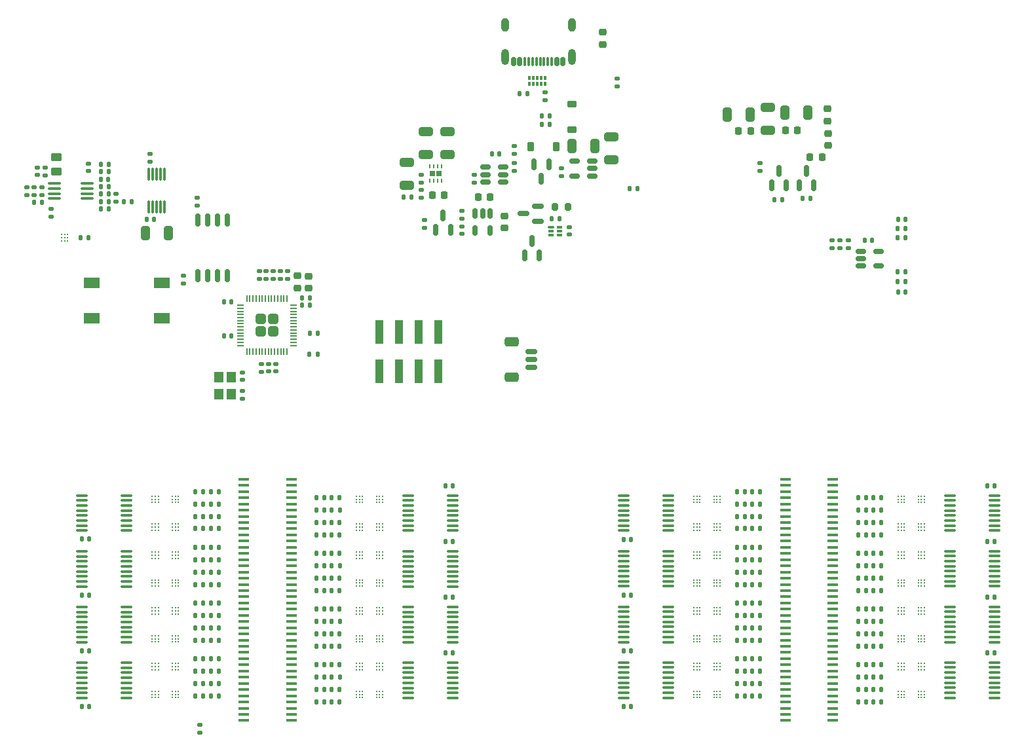
<source format=gbr>
%TF.GenerationSoftware,KiCad,Pcbnew,9.0.6*%
%TF.CreationDate,2026-02-25T16:21:40-05:00*%
%TF.ProjectId,ephys-test-board,65706879-732d-4746-9573-742d626f6172,G*%
%TF.SameCoordinates,PX7735940PYa6e49c0*%
%TF.FileFunction,Paste,Top*%
%TF.FilePolarity,Positive*%
%FSLAX46Y46*%
G04 Gerber Fmt 4.6, Leading zero omitted, Abs format (unit mm)*
G04 Created by KiCad (PCBNEW 9.0.6) date 2026-02-25 16:21:40*
%MOMM*%
%LPD*%
G01*
G04 APERTURE LIST*
G04 Aperture macros list*
%AMRoundRect*
0 Rectangle with rounded corners*
0 $1 Rounding radius*
0 $2 $3 $4 $5 $6 $7 $8 $9 X,Y pos of 4 corners*
0 Add a 4 corners polygon primitive as box body*
4,1,4,$2,$3,$4,$5,$6,$7,$8,$9,$2,$3,0*
0 Add four circle primitives for the rounded corners*
1,1,$1+$1,$2,$3*
1,1,$1+$1,$4,$5*
1,1,$1+$1,$6,$7*
1,1,$1+$1,$8,$9*
0 Add four rect primitives between the rounded corners*
20,1,$1+$1,$2,$3,$4,$5,0*
20,1,$1+$1,$4,$5,$6,$7,0*
20,1,$1+$1,$6,$7,$8,$9,0*
20,1,$1+$1,$8,$9,$2,$3,0*%
G04 Aperture macros list end*
%ADD10RoundRect,0.135000X-0.135000X-0.185000X0.135000X-0.185000X0.135000X0.185000X-0.135000X0.185000X0*%
%ADD11RoundRect,0.250000X0.450000X-0.262500X0.450000X0.262500X-0.450000X0.262500X-0.450000X-0.262500X0*%
%ADD12RoundRect,0.140000X-0.170000X0.140000X-0.170000X-0.140000X0.170000X-0.140000X0.170000X0.140000X0*%
%ADD13RoundRect,0.150000X0.150000X0.425000X-0.150000X0.425000X-0.150000X-0.425000X0.150000X-0.425000X0*%
%ADD14RoundRect,0.075000X0.075000X0.500000X-0.075000X0.500000X-0.075000X-0.500000X0.075000X-0.500000X0*%
%ADD15O,1.000000X2.100000*%
%ADD16O,1.000000X1.800000*%
%ADD17RoundRect,0.140000X-0.140000X-0.170000X0.140000X-0.170000X0.140000X0.170000X-0.140000X0.170000X0*%
%ADD18RoundRect,0.135000X0.135000X0.185000X-0.135000X0.185000X-0.135000X-0.185000X0.135000X-0.185000X0*%
%ADD19RoundRect,0.140000X0.170000X-0.140000X0.170000X0.140000X-0.170000X0.140000X-0.170000X-0.140000X0*%
%ADD20RoundRect,0.135000X0.185000X-0.135000X0.185000X0.135000X-0.185000X0.135000X-0.185000X-0.135000X0*%
%ADD21RoundRect,0.135000X-0.185000X0.135000X-0.185000X-0.135000X0.185000X-0.135000X0.185000X0.135000X0*%
%ADD22RoundRect,0.100000X0.712500X0.100000X-0.712500X0.100000X-0.712500X-0.100000X0.712500X-0.100000X0*%
%ADD23RoundRect,0.140000X0.140000X0.170000X-0.140000X0.170000X-0.140000X-0.170000X0.140000X-0.170000X0*%
%ADD24C,0.215000*%
%ADD25RoundRect,0.100000X-0.637500X-0.100000X0.637500X-0.100000X0.637500X0.100000X-0.637500X0.100000X0*%
%ADD26RoundRect,0.200000X-0.200000X-0.275000X0.200000X-0.275000X0.200000X0.275000X-0.200000X0.275000X0*%
%ADD27RoundRect,0.250000X0.650000X-0.325000X0.650000X0.325000X-0.650000X0.325000X-0.650000X-0.325000X0*%
%ADD28RoundRect,0.225000X0.225000X0.250000X-0.225000X0.250000X-0.225000X-0.250000X0.225000X-0.250000X0*%
%ADD29RoundRect,0.075000X0.075000X0.200000X-0.075000X0.200000X-0.075000X-0.200000X0.075000X-0.200000X0*%
%ADD30RoundRect,0.250000X-0.325000X-0.650000X0.325000X-0.650000X0.325000X0.650000X-0.325000X0.650000X0*%
%ADD31R,1.450000X0.457000*%
%ADD32RoundRect,0.150000X-0.150000X0.587500X-0.150000X-0.587500X0.150000X-0.587500X0.150000X0.587500X0*%
%ADD33RoundRect,0.225000X0.250000X-0.225000X0.250000X0.225000X-0.250000X0.225000X-0.250000X-0.225000X0*%
%ADD34RoundRect,0.250000X0.325000X0.650000X-0.325000X0.650000X-0.325000X-0.650000X0.325000X-0.650000X0*%
%ADD35RoundRect,0.150000X0.625000X-0.150000X0.625000X0.150000X-0.625000X0.150000X-0.625000X-0.150000X0*%
%ADD36RoundRect,0.250000X0.650000X-0.350000X0.650000X0.350000X-0.650000X0.350000X-0.650000X-0.350000X0*%
%ADD37RoundRect,0.100000X0.637500X0.100000X-0.637500X0.100000X-0.637500X-0.100000X0.637500X-0.100000X0*%
%ADD38RoundRect,0.150000X0.150000X-0.587500X0.150000X0.587500X-0.150000X0.587500X-0.150000X-0.587500X0*%
%ADD39RoundRect,0.225000X0.375000X-0.225000X0.375000X0.225000X-0.375000X0.225000X-0.375000X-0.225000X0*%
%ADD40R,2.100000X1.400000*%
%ADD41RoundRect,0.150000X0.512500X0.150000X-0.512500X0.150000X-0.512500X-0.150000X0.512500X-0.150000X0*%
%ADD42RoundRect,0.070000X-0.355000X0.070000X-0.355000X-0.070000X0.355000X-0.070000X0.355000X0.070000X0*%
%ADD43RoundRect,0.070000X-0.305000X0.070000X-0.305000X-0.070000X0.305000X-0.070000X0.305000X0.070000X0*%
%ADD44RoundRect,0.225000X-0.225000X-0.250000X0.225000X-0.250000X0.225000X0.250000X-0.225000X0.250000X0*%
%ADD45RoundRect,0.250000X-0.650000X0.325000X-0.650000X-0.325000X0.650000X-0.325000X0.650000X0.325000X0*%
%ADD46RoundRect,0.162500X0.162500X-0.650000X0.162500X0.650000X-0.162500X0.650000X-0.162500X-0.650000X0*%
%ADD47R,1.200000X1.400000*%
%ADD48RoundRect,0.087500X0.087500X-0.725000X0.087500X0.725000X-0.087500X0.725000X-0.087500X-0.725000X0*%
%ADD49RoundRect,0.225000X-0.250000X0.225000X-0.250000X-0.225000X0.250000X-0.225000X0.250000X0.225000X0*%
%ADD50RoundRect,0.225000X-0.225000X-0.375000X0.225000X-0.375000X0.225000X0.375000X-0.225000X0.375000X0*%
%ADD51RoundRect,0.249999X-0.395001X-0.395001X0.395001X-0.395001X0.395001X0.395001X-0.395001X0.395001X0*%
%ADD52RoundRect,0.050000X-0.387500X-0.050000X0.387500X-0.050000X0.387500X0.050000X-0.387500X0.050000X0*%
%ADD53RoundRect,0.050000X-0.050000X-0.387500X0.050000X-0.387500X0.050000X0.387500X-0.050000X0.387500X0*%
%ADD54RoundRect,0.150000X-0.512500X-0.150000X0.512500X-0.150000X0.512500X0.150000X-0.512500X0.150000X0*%
%ADD55R,0.650000X0.750000*%
%ADD56RoundRect,0.062500X-0.062500X0.187500X-0.062500X-0.187500X0.062500X-0.187500X0.062500X0.187500X0*%
%ADD57RoundRect,0.150000X-0.150000X0.512500X-0.150000X-0.512500X0.150000X-0.512500X0.150000X0.512500X0*%
%ADD58RoundRect,0.218750X-0.256250X0.218750X-0.256250X-0.218750X0.256250X-0.218750X0.256250X0.218750X0*%
%ADD59R,1.000000X3.150000*%
%ADD60RoundRect,0.150000X0.587500X0.150000X-0.587500X0.150000X-0.587500X-0.150000X0.587500X-0.150000X0*%
G04 APERTURE END LIST*
D10*
%TO.C,R296*%
X19510000Y94550000D03*
X18490000Y94550000D03*
%TD*%
D11*
%TO.C,R292*%
X12700000Y99387500D03*
X12700000Y101212500D03*
%TD*%
D12*
%TO.C,C132*%
X8900000Y97330000D03*
X8900000Y96370000D03*
%TD*%
D10*
%TO.C,R300*%
X18440000Y100300000D03*
X19460000Y100300000D03*
%TD*%
D13*
%TO.C,J6*%
X78200000Y113610000D03*
X77400000Y113610000D03*
D14*
X76250000Y113610000D03*
X75250000Y113610000D03*
X74750000Y113610000D03*
X73750000Y113610000D03*
D13*
X72600000Y113610000D03*
X71800000Y113610000D03*
X71800000Y113610000D03*
X72600000Y113610000D03*
D14*
X73250000Y113610000D03*
X74250000Y113610000D03*
X75750000Y113610000D03*
X76750000Y113610000D03*
D13*
X77400000Y113610000D03*
X78200000Y113610000D03*
D15*
X79320000Y114185000D03*
D16*
X79320000Y118365000D03*
D15*
X70680000Y114185000D03*
D16*
X70680000Y118365000D03*
%TD*%
D17*
%TO.C,C99*%
X16830000Y90850000D03*
X15870000Y90850000D03*
%TD*%
D12*
%TO.C,C129*%
X10820000Y96370000D03*
X10820000Y97330000D03*
%TD*%
D18*
%TO.C,R295*%
X9810000Y95400000D03*
X10830000Y95400000D03*
%TD*%
D19*
%TO.C,C128*%
X10300000Y99880000D03*
X10300000Y98920000D03*
%TD*%
D20*
%TO.C,R293*%
X11250000Y99910000D03*
X11250000Y98890000D03*
%TD*%
%TO.C,R269*%
X20420000Y95490000D03*
X20420000Y96510000D03*
%TD*%
D10*
%TO.C,R299*%
X18450000Y99350000D03*
X19470000Y99350000D03*
%TD*%
%TO.C,R298*%
X18450000Y97450000D03*
X19470000Y97450000D03*
%TD*%
D18*
%TO.C,R297*%
X22460000Y95520000D03*
X21440000Y95520000D03*
%TD*%
D21*
%TO.C,R294*%
X9870000Y97360000D03*
X9870000Y96340000D03*
%TD*%
D17*
%TO.C,C131*%
X18480000Y98400000D03*
X19440000Y98400000D03*
%TD*%
%TO.C,C130*%
X18490000Y96500000D03*
X19450000Y96500000D03*
%TD*%
D22*
%TO.C,U94*%
X16662500Y95875000D03*
X16662500Y96525000D03*
X16662500Y97175000D03*
X16662500Y97825000D03*
X12437500Y97825000D03*
X12437500Y97175000D03*
X12437500Y96525000D03*
X12437500Y95875000D03*
%TD*%
D18*
%TO.C,R106*%
X49330000Y45200000D03*
X48310000Y45200000D03*
%TD*%
%TO.C,R132*%
X47330000Y32400000D03*
X46310000Y32400000D03*
%TD*%
D10*
%TO.C,R43*%
X32670000Y43600000D03*
X33690000Y43600000D03*
%TD*%
D23*
%TO.C,C85*%
X133955000Y51524999D03*
X132995000Y51524999D03*
%TD*%
D24*
%TO.C,U76*%
X124900000Y38575001D03*
X124500000Y38575001D03*
X124100000Y38575001D03*
X124900000Y38975001D03*
X124500000Y38975001D03*
X124100000Y38975001D03*
X124900000Y39375001D03*
X124500000Y39375001D03*
X124100000Y39375001D03*
%TD*%
D21*
%TO.C,R272*%
X75900000Y109650000D03*
X75900000Y108630000D03*
%TD*%
D18*
%TO.C,R220*%
X117330000Y50000000D03*
X116310000Y50000000D03*
%TD*%
D17*
%TO.C,C65*%
X86045000Y44625000D03*
X87005000Y44625000D03*
%TD*%
D12*
%TO.C,C3*%
X36800000Y70980000D03*
X36800000Y70020000D03*
%TD*%
D18*
%TO.C,R98*%
X49340000Y48400000D03*
X48320000Y48400000D03*
%TD*%
D25*
%TO.C,U72*%
X128212500Y50299999D03*
X128212500Y49649999D03*
X128212500Y48999999D03*
X128212500Y48349999D03*
X128212500Y47699999D03*
X128212500Y47049999D03*
X128212500Y46399999D03*
X128212500Y45749999D03*
X133937500Y45749999D03*
X133937500Y46399999D03*
X133937500Y47049999D03*
X133937500Y47699999D03*
X133937500Y48349999D03*
X133937500Y48999999D03*
X133937500Y49649999D03*
X133937500Y50299999D03*
%TD*%
D10*
%TO.C,R27*%
X32670000Y50800000D03*
X33690000Y50800000D03*
%TD*%
D24*
%TO.C,U56*%
X97700000Y39375000D03*
X98100000Y39375000D03*
X98500000Y39375000D03*
X97700000Y38975000D03*
X98100000Y38975000D03*
X98500000Y38975000D03*
X97700000Y38575000D03*
X98100000Y38575000D03*
X98500000Y38575000D03*
%TD*%
D18*
%TO.C,R124*%
X47330000Y35600000D03*
X46310000Y35600000D03*
%TD*%
D24*
%TO.C,U75*%
X122300000Y38575001D03*
X121900000Y38575001D03*
X121500000Y38575001D03*
X122300000Y38975001D03*
X121900000Y38975001D03*
X121500000Y38975001D03*
X122300000Y39375001D03*
X121900000Y39375001D03*
X121500000Y39375001D03*
%TD*%
D18*
%TO.C,R256*%
X119330000Y35600000D03*
X118310000Y35600000D03*
%TD*%
D24*
%TO.C,U63*%
X122300000Y56600000D03*
X121900000Y56600000D03*
X121500000Y56600000D03*
X122300000Y57000000D03*
X121900000Y57000000D03*
X121500000Y57000000D03*
X122300000Y57400000D03*
X121900000Y57400000D03*
X121500000Y57400000D03*
%TD*%
D10*
%TO.C,R47*%
X30670000Y43600000D03*
X31690000Y43600000D03*
%TD*%
D18*
%TO.C,R273*%
X73570000Y109500000D03*
X72550000Y109500000D03*
%TD*%
%TO.C,R224*%
X119330000Y50000000D03*
X118310000Y50000000D03*
%TD*%
D10*
%TO.C,R175*%
X100670000Y43600000D03*
X101690000Y43600000D03*
%TD*%
D21*
%TO.C,R290*%
X114000000Y90510000D03*
X114000000Y89490000D03*
%TD*%
D24*
%TO.C,U30*%
X52300000Y45775001D03*
X51900000Y45775001D03*
X51500000Y45775001D03*
X52300000Y46175001D03*
X51900000Y46175001D03*
X51500000Y46175001D03*
X52300000Y46575001D03*
X51900000Y46575001D03*
X51500000Y46575001D03*
%TD*%
D18*
%TO.C,R112*%
X49330000Y42800000D03*
X48310000Y42800000D03*
%TD*%
%TO.C,R210*%
X119340000Y55600000D03*
X118320000Y55600000D03*
%TD*%
D26*
%TO.C,R278*%
X77162500Y94825000D03*
X78812500Y94825000D03*
%TD*%
D12*
%TO.C,C102*%
X12070000Y94530000D03*
X12070000Y93570000D03*
%TD*%
D25*
%TO.C,U32*%
X58212500Y50275000D03*
X58212500Y49625000D03*
X58212500Y48975000D03*
X58212500Y48325000D03*
X58212500Y47675000D03*
X58212500Y47025000D03*
X58212500Y46375000D03*
X58212500Y45725000D03*
X63937500Y45725000D03*
X63937500Y46375000D03*
X63937500Y47025000D03*
X63937500Y47675000D03*
X63937500Y48325000D03*
X63937500Y48975000D03*
X63937500Y49625000D03*
X63937500Y50275000D03*
%TD*%
D24*
%TO.C,U39*%
X54900000Y34975001D03*
X54500000Y34975001D03*
X54100000Y34975001D03*
X54900000Y35375001D03*
X54500000Y35375001D03*
X54100000Y35375001D03*
X54900000Y35775001D03*
X54500000Y35775001D03*
X54100000Y35775001D03*
%TD*%
D10*
%TO.C,R165*%
X102670000Y46000000D03*
X103690000Y46000000D03*
%TD*%
D27*
%TO.C,C113*%
X84400000Y100925000D03*
X84400000Y103875000D03*
%TD*%
D24*
%TO.C,U66*%
X124900000Y53000000D03*
X124500000Y53000000D03*
X124100000Y53000000D03*
X124900000Y53400000D03*
X124500000Y53400000D03*
X124100000Y53400000D03*
X124900000Y53800000D03*
X124500000Y53800000D03*
X124100000Y53800000D03*
%TD*%
D23*
%TO.C,C50*%
X63967500Y44325000D03*
X63007500Y44325000D03*
%TD*%
D18*
%TO.C,R222*%
X117330000Y48400000D03*
X116310000Y48400000D03*
%TD*%
%TO.C,R136*%
X49330000Y32400000D03*
X48310000Y32400000D03*
%TD*%
D24*
%TO.C,U36*%
X54900000Y38575001D03*
X54500000Y38575001D03*
X54100000Y38575001D03*
X54900000Y38975001D03*
X54500000Y38975001D03*
X54100000Y38975001D03*
X54900000Y39375001D03*
X54500000Y39375001D03*
X54100000Y39375001D03*
%TD*%
D18*
%TO.C,R258*%
X119340000Y34000000D03*
X118320000Y34000000D03*
%TD*%
D28*
%TO.C,C117*%
X111675000Y101250000D03*
X110125000Y101250000D03*
%TD*%
D29*
%TO.C,D4*%
X75850000Y111470000D03*
X75350000Y111470000D03*
X74850000Y111470000D03*
X74350000Y111470000D03*
X73850000Y111470000D03*
X73850000Y110700000D03*
X74350000Y110700000D03*
X74850000Y110700000D03*
X75350000Y110700000D03*
X75850000Y110700000D03*
%TD*%
D30*
%TO.C,C105*%
X24275000Y91450000D03*
X27225000Y91450000D03*
%TD*%
D19*
%TO.C,C14*%
X39849999Y85520000D03*
X39849999Y86480000D03*
%TD*%
D24*
%TO.C,U49*%
X97700000Y50175000D03*
X98100000Y50175000D03*
X98500000Y50175000D03*
X97700000Y49775000D03*
X98100000Y49775000D03*
X98500000Y49775000D03*
X97700000Y49375000D03*
X98100000Y49375000D03*
X98500000Y49375000D03*
%TD*%
D21*
%TO.C,R279*%
X85200000Y111410000D03*
X85200000Y110390000D03*
%TD*%
D12*
%TO.C,C5*%
X41050000Y74480000D03*
X41050000Y73520000D03*
%TD*%
D18*
%TO.C,R76*%
X47330000Y57200000D03*
X46310000Y57200000D03*
%TD*%
D10*
%TO.C,R63*%
X30670000Y36400000D03*
X31690000Y36400000D03*
%TD*%
D31*
%TO.C,J4*%
X113086000Y59600000D03*
X106914000Y59600000D03*
X113086000Y58800000D03*
X106914000Y58800000D03*
X113086000Y58000000D03*
X106914000Y58000000D03*
X113086000Y57200000D03*
X106914000Y57200000D03*
X113086000Y56400000D03*
X106914000Y56400000D03*
X113086000Y55600000D03*
X106914000Y55600000D03*
X113086000Y54800000D03*
X106914000Y54800000D03*
X113086000Y54000000D03*
X106914000Y54000000D03*
X113086000Y53200000D03*
X106914000Y53200000D03*
X113086000Y52400000D03*
X106914000Y52400000D03*
X113086000Y51600000D03*
X106914000Y51600000D03*
X113086000Y50800000D03*
X106914000Y50800000D03*
X113086000Y50000000D03*
X106914000Y50000000D03*
X113086000Y49200000D03*
X106914000Y49200000D03*
X113086000Y48400000D03*
X106914000Y48400000D03*
X113086000Y47600000D03*
X106914000Y47600000D03*
X113086000Y46800000D03*
X106914000Y46800000D03*
X113086000Y46000000D03*
X106914000Y46000000D03*
X113086000Y45200000D03*
X106914000Y45200000D03*
X113086000Y44400000D03*
X106914000Y44400000D03*
X113086000Y43600000D03*
X106914000Y43600000D03*
X113086000Y42800000D03*
X106914000Y42800000D03*
X113086000Y42000000D03*
X106914000Y42000000D03*
X113086000Y41200000D03*
X106914000Y41200000D03*
X113086000Y40400000D03*
X106914000Y40400000D03*
X113086000Y39600000D03*
X106914000Y39600000D03*
X113086000Y38800000D03*
X106914000Y38800000D03*
X113086000Y38000000D03*
X106914000Y38000000D03*
X113086000Y37200000D03*
X106914000Y37200000D03*
X113086000Y36400000D03*
X106914000Y36400000D03*
X113086000Y35600000D03*
X106914000Y35600000D03*
X113086000Y34800000D03*
X106914000Y34800000D03*
X113086000Y34000000D03*
X106914000Y34000000D03*
X113086000Y33200000D03*
X106914000Y33200000D03*
X113086000Y32400000D03*
X106914000Y32400000D03*
X113086000Y31600000D03*
X106914000Y31600000D03*
X113086000Y30800000D03*
X106914000Y30800000D03*
X113086000Y30000000D03*
X106914000Y30000000D03*
X113086000Y29200000D03*
X106914000Y29200000D03*
X113086000Y28400000D03*
X106914000Y28400000D03*
%TD*%
D10*
%TO.C,R51*%
X32670000Y40400000D03*
X33690000Y40400000D03*
%TD*%
D18*
%TO.C,R242*%
X119340000Y41200000D03*
X118320000Y41200000D03*
%TD*%
D17*
%TO.C,C106*%
X24370000Y93200000D03*
X25330000Y93200000D03*
%TD*%
D18*
%TO.C,R214*%
X117330000Y52400000D03*
X116310000Y52400000D03*
%TD*%
D32*
%TO.C,Q1*%
X76350000Y100337500D03*
X74450000Y100337500D03*
X75400000Y98462500D03*
%TD*%
D21*
%TO.C,R288*%
X103650000Y100460000D03*
X103650000Y99440000D03*
%TD*%
D33*
%TO.C,C15*%
X45299999Y84325000D03*
X45299999Y85875000D03*
%TD*%
D24*
%TO.C,U20*%
X25100000Y32175000D03*
X25500000Y32175000D03*
X25900000Y32175000D03*
X25100000Y31775000D03*
X25500000Y31775000D03*
X25900000Y31775000D03*
X25100000Y31375000D03*
X25500000Y31375000D03*
X25900000Y31375000D03*
%TD*%
%TO.C,U9*%
X27700000Y50175000D03*
X28100000Y50175000D03*
X28500000Y50175000D03*
X27700000Y49775000D03*
X28100000Y49775000D03*
X28500000Y49775000D03*
X27700000Y49375000D03*
X28100000Y49375000D03*
X28500000Y49375000D03*
%TD*%
D17*
%TO.C,C116*%
X121490000Y93196250D03*
X122450000Y93196250D03*
%TD*%
D10*
%TO.C,R37*%
X32670000Y46000000D03*
X33690000Y46000000D03*
%TD*%
D17*
%TO.C,C11*%
X44490000Y82100000D03*
X45450000Y82100000D03*
%TD*%
D18*
%TO.C,R134*%
X47330000Y30800000D03*
X46310000Y30800000D03*
%TD*%
%TO.C,R232*%
X119330000Y46800000D03*
X118310000Y46800000D03*
%TD*%
D24*
%TO.C,U73*%
X122300000Y42175001D03*
X121900000Y42175001D03*
X121500000Y42175001D03*
X122300000Y42575001D03*
X121900000Y42575001D03*
X121500000Y42575001D03*
X122300000Y42975001D03*
X121900000Y42975001D03*
X121500000Y42975001D03*
%TD*%
D18*
%TO.C,R204*%
X117330000Y57200000D03*
X116310000Y57200000D03*
%TD*%
D17*
%TO.C,C118*%
X121490000Y83796250D03*
X122450000Y83796250D03*
%TD*%
D10*
%TO.C,R67*%
X32670000Y33200000D03*
X33690000Y33200000D03*
%TD*%
D17*
%TO.C,C70*%
X86045000Y37425000D03*
X87005000Y37425000D03*
%TD*%
D27*
%TO.C,C121*%
X104700000Y104725000D03*
X104700000Y107675000D03*
%TD*%
D18*
%TO.C,R80*%
X49330000Y57200000D03*
X48310000Y57200000D03*
%TD*%
D34*
%TO.C,C123*%
X102375000Y106750000D03*
X99425000Y106750000D03*
%TD*%
D10*
%TO.C,R35*%
X32670000Y47600000D03*
X33690000Y47600000D03*
%TD*%
D35*
%TO.C,J2*%
X74075000Y74100000D03*
X74075000Y75100000D03*
X74075000Y76100000D03*
D36*
X71550000Y72800000D03*
X71550000Y77400000D03*
%TD*%
D24*
%TO.C,U5*%
X25100000Y53800000D03*
X25500000Y53800000D03*
X25900000Y53800000D03*
X25100000Y53400000D03*
X25500000Y53400000D03*
X25900000Y53400000D03*
X25100000Y53000000D03*
X25500000Y53000000D03*
X25900000Y53000000D03*
%TD*%
D10*
%TO.C,R161*%
X100670000Y49200000D03*
X101690000Y49200000D03*
%TD*%
D17*
%TO.C,C10*%
X45520000Y78500000D03*
X46480000Y78500000D03*
%TD*%
D10*
%TO.C,R286*%
X121400000Y86446250D03*
X122420000Y86446250D03*
%TD*%
D37*
%TO.C,U17*%
X21787500Y38525000D03*
X21787500Y39175000D03*
X21787500Y39825000D03*
X21787500Y40475000D03*
X21787500Y41125000D03*
X21787500Y41775000D03*
X21787500Y42425000D03*
X21787500Y43075000D03*
X16062500Y43075000D03*
X16062500Y42425000D03*
X16062500Y41775000D03*
X16062500Y41125000D03*
X16062500Y40475000D03*
X16062500Y39825000D03*
X16062500Y39175000D03*
X16062500Y38525000D03*
%TD*%
D24*
%TO.C,U25*%
X52300000Y53000000D03*
X51900000Y53000000D03*
X51500000Y53000000D03*
X52300000Y53400000D03*
X51900000Y53400000D03*
X51500000Y53400000D03*
X52300000Y53800000D03*
X51900000Y53800000D03*
X51500000Y53800000D03*
%TD*%
D38*
%TO.C,Q4*%
X105137500Y97612500D03*
X107037500Y97612500D03*
X106087500Y99487500D03*
%TD*%
D20*
%TO.C,R2*%
X29150000Y84890000D03*
X29150000Y85910000D03*
%TD*%
D18*
%TO.C,R116*%
X47330000Y39600000D03*
X46310000Y39600000D03*
%TD*%
D19*
%TO.C,C6*%
X38930000Y85520000D03*
X38930000Y86480000D03*
%TD*%
D25*
%TO.C,U37*%
X58212500Y43075000D03*
X58212500Y42425000D03*
X58212500Y41775000D03*
X58212500Y41125000D03*
X58212500Y40475000D03*
X58212500Y39825000D03*
X58212500Y39175000D03*
X58212500Y38525000D03*
X63937500Y38525000D03*
X63937500Y39175000D03*
X63937500Y39825000D03*
X63937500Y40475000D03*
X63937500Y41125000D03*
X63937500Y41775000D03*
X63937500Y42425000D03*
X63937500Y43075000D03*
%TD*%
D18*
%TO.C,R228*%
X117330000Y46800000D03*
X116310000Y46800000D03*
%TD*%
D10*
%TO.C,R23*%
X30670000Y54800000D03*
X31690000Y54800000D03*
%TD*%
D31*
%TO.C,J3*%
X43086000Y59600000D03*
X36914000Y59600000D03*
X43086000Y58800000D03*
X36914000Y58800000D03*
X43086000Y58000000D03*
X36914000Y58000000D03*
X43086000Y57200000D03*
X36914000Y57200000D03*
X43086000Y56400000D03*
X36914000Y56400000D03*
X43086000Y55600000D03*
X36914000Y55600000D03*
X43086000Y54800000D03*
X36914000Y54800000D03*
X43086000Y54000000D03*
X36914000Y54000000D03*
X43086000Y53200000D03*
X36914000Y53200000D03*
X43086000Y52400000D03*
X36914000Y52400000D03*
X43086000Y51600000D03*
X36914000Y51600000D03*
X43086000Y50800000D03*
X36914000Y50800000D03*
X43086000Y50000000D03*
X36914000Y50000000D03*
X43086000Y49200000D03*
X36914000Y49200000D03*
X43086000Y48400000D03*
X36914000Y48400000D03*
X43086000Y47600000D03*
X36914000Y47600000D03*
X43086000Y46800000D03*
X36914000Y46800000D03*
X43086000Y46000000D03*
X36914000Y46000000D03*
X43086000Y45200000D03*
X36914000Y45200000D03*
X43086000Y44400000D03*
X36914000Y44400000D03*
X43086000Y43600000D03*
X36914000Y43600000D03*
X43086000Y42800000D03*
X36914000Y42800000D03*
X43086000Y42000000D03*
X36914000Y42000000D03*
X43086000Y41200000D03*
X36914000Y41200000D03*
X43086000Y40400000D03*
X36914000Y40400000D03*
X43086000Y39600000D03*
X36914000Y39600000D03*
X43086000Y38800000D03*
X36914000Y38800000D03*
X43086000Y38000000D03*
X36914000Y38000000D03*
X43086000Y37200000D03*
X36914000Y37200000D03*
X43086000Y36400000D03*
X36914000Y36400000D03*
X43086000Y35600000D03*
X36914000Y35600000D03*
X43086000Y34800000D03*
X36914000Y34800000D03*
X43086000Y34000000D03*
X36914000Y34000000D03*
X43086000Y33200000D03*
X36914000Y33200000D03*
X43086000Y32400000D03*
X36914000Y32400000D03*
X43086000Y31600000D03*
X36914000Y31600000D03*
X43086000Y30800000D03*
X36914000Y30800000D03*
X43086000Y30000000D03*
X36914000Y30000000D03*
X43086000Y29200000D03*
X36914000Y29200000D03*
X43086000Y28400000D03*
X36914000Y28400000D03*
%TD*%
D23*
%TO.C,C90*%
X133955000Y44324999D03*
X132995000Y44324999D03*
%TD*%
D10*
%TO.C,R159*%
X100670000Y50800000D03*
X101690000Y50800000D03*
%TD*%
D37*
%TO.C,U7*%
X21787500Y52950000D03*
X21787500Y53600000D03*
X21787500Y54250000D03*
X21787500Y54900000D03*
X21787500Y55550000D03*
X21787500Y56200000D03*
X21787500Y56850000D03*
X21787500Y57500000D03*
X16062500Y57500000D03*
X16062500Y56850000D03*
X16062500Y56200000D03*
X16062500Y55550000D03*
X16062500Y54900000D03*
X16062500Y54250000D03*
X16062500Y53600000D03*
X16062500Y52950000D03*
%TD*%
D10*
%TO.C,R149*%
X102670000Y53200000D03*
X103690000Y53200000D03*
%TD*%
D18*
%TO.C,R270*%
X76510000Y105500000D03*
X75490000Y105500000D03*
%TD*%
D23*
%TO.C,C112*%
X69980000Y101700000D03*
X69020000Y101700000D03*
%TD*%
D10*
%TO.C,R11*%
X32670000Y58000000D03*
X33690000Y58000000D03*
%TD*%
D18*
%TO.C,R262*%
X117330000Y30800000D03*
X116310000Y30800000D03*
%TD*%
D19*
%TO.C,C104*%
X24850000Y100670000D03*
X24850000Y101630000D03*
%TD*%
D25*
%TO.C,U42*%
X58212500Y35875000D03*
X58212500Y35225000D03*
X58212500Y34575000D03*
X58212500Y33925000D03*
X58212500Y33275000D03*
X58212500Y32625000D03*
X58212500Y31975000D03*
X58212500Y31325000D03*
X63937500Y31325000D03*
X63937500Y31975000D03*
X63937500Y32625000D03*
X63937500Y33275000D03*
X63937500Y33925000D03*
X63937500Y34575000D03*
X63937500Y35225000D03*
X63937500Y35875000D03*
%TD*%
D19*
%TO.C,C1*%
X30910000Y95020000D03*
X30910000Y95980000D03*
%TD*%
D39*
%TO.C,D6*%
X79310000Y104790000D03*
X79310000Y108090000D03*
%TD*%
D40*
%TO.C,SW2*%
X26350000Y80450000D03*
X17250000Y80450000D03*
X26350000Y84950000D03*
X17250000Y84950000D03*
%TD*%
D10*
%TO.C,R69*%
X32670000Y31600000D03*
X33690000Y31600000D03*
%TD*%
%TO.C,R21*%
X32670000Y53200000D03*
X33690000Y53200000D03*
%TD*%
%TO.C,R177*%
X100670000Y42000000D03*
X101690000Y42000000D03*
%TD*%
D37*
%TO.C,U57*%
X91787500Y38550000D03*
X91787500Y39200000D03*
X91787500Y39850000D03*
X91787500Y40500000D03*
X91787500Y41150000D03*
X91787500Y41800000D03*
X91787500Y42450000D03*
X91787500Y43100000D03*
X86062500Y43100000D03*
X86062500Y42450000D03*
X86062500Y41800000D03*
X86062500Y41150000D03*
X86062500Y40500000D03*
X86062500Y39850000D03*
X86062500Y39200000D03*
X86062500Y38550000D03*
%TD*%
D33*
%TO.C,C110*%
X70600000Y92087500D03*
X70600000Y93637500D03*
%TD*%
D27*
%TO.C,C100*%
X60450000Y101625000D03*
X60450000Y104575000D03*
%TD*%
D41*
%TO.C,U92*%
X81997500Y98825000D03*
X81997500Y99775000D03*
X81997500Y100725000D03*
X79722500Y100725000D03*
X79722500Y98825000D03*
%TD*%
D37*
%TO.C,U52*%
X91787500Y45750000D03*
X91787500Y46400000D03*
X91787500Y47050000D03*
X91787500Y47700000D03*
X91787500Y48350000D03*
X91787500Y49000000D03*
X91787500Y49650000D03*
X91787500Y50300000D03*
X86062500Y50300000D03*
X86062500Y49650000D03*
X86062500Y49000000D03*
X86062500Y48350000D03*
X86062500Y47700000D03*
X86062500Y47050000D03*
X86062500Y46400000D03*
X86062500Y45750000D03*
%TD*%
D21*
%TO.C,R280*%
X78000000Y99810000D03*
X78000000Y98790000D03*
%TD*%
D17*
%TO.C,C20*%
X16020000Y51900000D03*
X16980000Y51900000D03*
%TD*%
D37*
%TO.C,U12*%
X21787500Y45725000D03*
X21787500Y46375000D03*
X21787500Y47025000D03*
X21787500Y47675000D03*
X21787500Y48325000D03*
X21787500Y48975000D03*
X21787500Y49625000D03*
X21787500Y50275000D03*
X16062500Y50275000D03*
X16062500Y49625000D03*
X16062500Y48975000D03*
X16062500Y48325000D03*
X16062500Y47675000D03*
X16062500Y47025000D03*
X16062500Y46375000D03*
X16062500Y45725000D03*
%TD*%
D10*
%TO.C,R169*%
X100670000Y46000000D03*
X101690000Y46000000D03*
%TD*%
%TO.C,R179*%
X102670000Y40400000D03*
X103690000Y40400000D03*
%TD*%
%TO.C,R171*%
X102670000Y43600000D03*
X103690000Y43600000D03*
%TD*%
D24*
%TO.C,U43*%
X95100000Y57400000D03*
X95500000Y57400000D03*
X95900000Y57400000D03*
X95100000Y57000000D03*
X95500000Y57000000D03*
X95900000Y57000000D03*
X95100000Y56600000D03*
X95500000Y56600000D03*
X95900000Y56600000D03*
%TD*%
D21*
%TO.C,R291*%
X59900000Y97020000D03*
X59900000Y96000000D03*
%TD*%
D10*
%TO.C,R45*%
X32670000Y42000000D03*
X33690000Y42000000D03*
%TD*%
D18*
%TO.C,R96*%
X49330000Y50000000D03*
X48310000Y50000000D03*
%TD*%
%TO.C,R128*%
X49330000Y35600000D03*
X48310000Y35600000D03*
%TD*%
D24*
%TO.C,U33*%
X52300000Y42175001D03*
X51900000Y42175001D03*
X51500000Y42175001D03*
X52300000Y42575001D03*
X51900000Y42575001D03*
X51500000Y42575001D03*
X52300000Y42975001D03*
X51900000Y42975001D03*
X51500000Y42975001D03*
%TD*%
D10*
%TO.C,R153*%
X100670000Y53200000D03*
X101690000Y53200000D03*
%TD*%
D18*
%TO.C,R216*%
X119330000Y54000000D03*
X118310000Y54000000D03*
%TD*%
D41*
%TO.C,U91*%
X70435000Y98050000D03*
X70435000Y99000000D03*
X70435000Y99950000D03*
X68160000Y99950000D03*
X68160000Y99000000D03*
X68160000Y98050000D03*
%TD*%
D24*
%TO.C,U54*%
X97700000Y42975000D03*
X98100000Y42975000D03*
X98500000Y42975000D03*
X97700000Y42575000D03*
X98100000Y42575000D03*
X98500000Y42575000D03*
X97700000Y42175000D03*
X98100000Y42175000D03*
X98500000Y42175000D03*
%TD*%
%TO.C,U53*%
X95100000Y42975000D03*
X95500000Y42975000D03*
X95900000Y42975000D03*
X95100000Y42575000D03*
X95500000Y42575000D03*
X95900000Y42575000D03*
X95100000Y42175000D03*
X95500000Y42175000D03*
X95900000Y42175000D03*
%TD*%
D18*
%TO.C,R126*%
X47330000Y34000000D03*
X46310000Y34000000D03*
%TD*%
%TO.C,R238*%
X117330000Y41200000D03*
X116310000Y41200000D03*
%TD*%
D24*
%TO.C,U41*%
X54900000Y31375001D03*
X54500000Y31375001D03*
X54100000Y31375001D03*
X54900000Y31775001D03*
X54500000Y31775001D03*
X54100000Y31775001D03*
X54900000Y32175001D03*
X54500000Y32175001D03*
X54100000Y32175001D03*
%TD*%
D18*
%TO.C,R264*%
X119330000Y32400000D03*
X118310000Y32400000D03*
%TD*%
D42*
%TO.C,U90*%
X76675000Y92200000D03*
D43*
X76625000Y91700000D03*
X76625000Y91200000D03*
X77775000Y91200000D03*
X77775000Y91700000D03*
X77775000Y92200000D03*
%TD*%
D24*
%TO.C,U59*%
X97700000Y35775000D03*
X98100000Y35775000D03*
X98500000Y35775000D03*
X97700000Y35375000D03*
X98100000Y35375000D03*
X98500000Y35375000D03*
X97700000Y34975000D03*
X98100000Y34975000D03*
X98500000Y34975000D03*
%TD*%
D18*
%TO.C,R236*%
X117330000Y42800000D03*
X116310000Y42800000D03*
%TD*%
D10*
%TO.C,R29*%
X32670000Y49200000D03*
X33690000Y49200000D03*
%TD*%
D23*
%TO.C,C127*%
X118130000Y90500000D03*
X117170000Y90500000D03*
%TD*%
D10*
%TO.C,R41*%
X30670000Y46000000D03*
X31690000Y46000000D03*
%TD*%
D24*
%TO.C,U55*%
X95100000Y39375000D03*
X95500000Y39375000D03*
X95900000Y39375000D03*
X95100000Y38975000D03*
X95500000Y38975000D03*
X95900000Y38975000D03*
X95100000Y38575000D03*
X95500000Y38575000D03*
X95900000Y38575000D03*
%TD*%
D44*
%TO.C,C98*%
X61325000Y96350000D03*
X62875000Y96350000D03*
%TD*%
D25*
%TO.C,U77*%
X128212500Y43099999D03*
X128212500Y42449999D03*
X128212500Y41799999D03*
X128212500Y41149999D03*
X128212500Y40499999D03*
X128212500Y39849999D03*
X128212500Y39199999D03*
X128212500Y38549999D03*
X133937500Y38549999D03*
X133937500Y39199999D03*
X133937500Y39849999D03*
X133937500Y40499999D03*
X133937500Y41149999D03*
X133937500Y41799999D03*
X133937500Y42449999D03*
X133937500Y43099999D03*
%TD*%
D18*
%TO.C,R266*%
X119330000Y30800000D03*
X118310000Y30800000D03*
%TD*%
D10*
%TO.C,R173*%
X102670000Y42000000D03*
X103690000Y42000000D03*
%TD*%
D37*
%TO.C,U22*%
X21787500Y31325000D03*
X21787500Y31975000D03*
X21787500Y32625000D03*
X21787500Y33275000D03*
X21787500Y33925000D03*
X21787500Y34575000D03*
X21787500Y35225000D03*
X21787500Y35875000D03*
X16062500Y35875000D03*
X16062500Y35225000D03*
X16062500Y34575000D03*
X16062500Y33925000D03*
X16062500Y33275000D03*
X16062500Y32625000D03*
X16062500Y31975000D03*
X16062500Y31325000D03*
%TD*%
D24*
%TO.C,U38*%
X52300000Y34975001D03*
X51900000Y34975001D03*
X51500000Y34975001D03*
X52300000Y35375001D03*
X51900000Y35375001D03*
X51500000Y35375001D03*
X52300000Y35775001D03*
X51900000Y35775001D03*
X51500000Y35775001D03*
%TD*%
D18*
%TO.C,R100*%
X47330000Y46800000D03*
X46310000Y46800000D03*
%TD*%
D38*
%TO.C,Q2*%
X73250000Y88562500D03*
X75150000Y88562500D03*
X74200000Y90437500D03*
%TD*%
D24*
%TO.C,U6*%
X27700000Y53800000D03*
X28100000Y53800000D03*
X28500000Y53800000D03*
X27700000Y53400000D03*
X28100000Y53400000D03*
X28500000Y53400000D03*
X27700000Y53000000D03*
X28100000Y53000000D03*
X28500000Y53000000D03*
%TD*%
D10*
%TO.C,R157*%
X102670000Y49200000D03*
X103690000Y49200000D03*
%TD*%
D20*
%TO.C,R4*%
X41699999Y85490000D03*
X41699999Y86510000D03*
%TD*%
D24*
%TO.C,U31*%
X54900000Y45775001D03*
X54500000Y45775001D03*
X54100000Y45775001D03*
X54900000Y46175001D03*
X54500000Y46175001D03*
X54100000Y46175001D03*
X54900000Y46575001D03*
X54500000Y46575001D03*
X54100000Y46575001D03*
%TD*%
D10*
%TO.C,R65*%
X30670000Y34800000D03*
X31690000Y34800000D03*
%TD*%
D24*
%TO.C,U69*%
X124900000Y49375001D03*
X124500000Y49375001D03*
X124100000Y49375001D03*
X124900000Y49775001D03*
X124500000Y49775001D03*
X124100000Y49775001D03*
X124900000Y50175001D03*
X124500000Y50175001D03*
X124100000Y50175001D03*
%TD*%
D12*
%TO.C,C9*%
X40130000Y74480000D03*
X40130000Y73520000D03*
%TD*%
D24*
%TO.C,U8*%
X25100000Y50175000D03*
X25500000Y50175000D03*
X25900000Y50175000D03*
X25100000Y49775000D03*
X25500000Y49775000D03*
X25900000Y49775000D03*
X25100000Y49375000D03*
X25500000Y49375000D03*
X25900000Y49375000D03*
%TD*%
D25*
%TO.C,U27*%
X58212500Y57499999D03*
X58212500Y56849999D03*
X58212500Y56199999D03*
X58212500Y55549999D03*
X58212500Y54899999D03*
X58212500Y54249999D03*
X58212500Y53599999D03*
X58212500Y52949999D03*
X63937500Y52949999D03*
X63937500Y53599999D03*
X63937500Y54249999D03*
X63937500Y54899999D03*
X63937500Y55549999D03*
X63937500Y56199999D03*
X63937500Y56849999D03*
X63937500Y57499999D03*
%TD*%
D12*
%TO.C,C109*%
X60300000Y93080000D03*
X60300000Y92120000D03*
%TD*%
D18*
%TO.C,R240*%
X119330000Y42800000D03*
X118310000Y42800000D03*
%TD*%
%TO.C,R78*%
X47330000Y55600000D03*
X46310000Y55600000D03*
%TD*%
D10*
%TO.C,R199*%
X100670000Y33200000D03*
X101690000Y33200000D03*
%TD*%
D23*
%TO.C,C40*%
X63967500Y58725000D03*
X63007500Y58725000D03*
%TD*%
%TO.C,C45*%
X63967500Y51525000D03*
X63007500Y51525000D03*
%TD*%
D24*
%TO.C,U70*%
X122300000Y45775001D03*
X121900000Y45775001D03*
X121500000Y45775001D03*
X122300000Y46175001D03*
X121900000Y46175001D03*
X121500000Y46175001D03*
X122300000Y46575001D03*
X121900000Y46575001D03*
X121500000Y46575001D03*
%TD*%
D18*
%TO.C,R208*%
X119330000Y57200000D03*
X118310000Y57200000D03*
%TD*%
D10*
%TO.C,R71*%
X30670000Y33200000D03*
X31690000Y33200000D03*
%TD*%
D24*
%TO.C,U50*%
X95100000Y46575000D03*
X95500000Y46575000D03*
X95900000Y46575000D03*
X95100000Y46175000D03*
X95500000Y46175000D03*
X95900000Y46175000D03*
X95100000Y45775000D03*
X95500000Y45775000D03*
X95900000Y45775000D03*
%TD*%
D23*
%TO.C,C8*%
X35330000Y78100000D03*
X34370000Y78100000D03*
%TD*%
%TO.C,C96*%
X19450000Y95500000D03*
X18490000Y95500000D03*
%TD*%
D18*
%TO.C,R86*%
X47330000Y52400000D03*
X46310000Y52400000D03*
%TD*%
D24*
%TO.C,U71*%
X124900000Y45775001D03*
X124500000Y45775001D03*
X124100000Y45775001D03*
X124900000Y46175001D03*
X124500000Y46175001D03*
X124100000Y46175001D03*
X124900000Y46575001D03*
X124500000Y46575001D03*
X124100000Y46575001D03*
%TD*%
D10*
%TO.C,R284*%
X121400000Y90846250D03*
X122420000Y90846250D03*
%TD*%
%TO.C,R197*%
X102670000Y31600000D03*
X103690000Y31600000D03*
%TD*%
D45*
%TO.C,C101*%
X58050000Y100575000D03*
X58050000Y97625000D03*
%TD*%
D10*
%TO.C,R53*%
X32670000Y38800000D03*
X33690000Y38800000D03*
%TD*%
%TO.C,R33*%
X30670000Y49200000D03*
X31690000Y49200000D03*
%TD*%
D23*
%TO.C,C95*%
X133955000Y37124999D03*
X132995000Y37124999D03*
%TD*%
D24*
%TO.C,U13*%
X25100000Y42975000D03*
X25500000Y42975000D03*
X25900000Y42975000D03*
X25100000Y42575000D03*
X25500000Y42575000D03*
X25900000Y42575000D03*
X25100000Y42175000D03*
X25500000Y42175000D03*
X25900000Y42175000D03*
%TD*%
D37*
%TO.C,U62*%
X91787500Y31350000D03*
X91787500Y32000000D03*
X91787500Y32650000D03*
X91787500Y33300000D03*
X91787500Y33950000D03*
X91787500Y34600000D03*
X91787500Y35250000D03*
X91787500Y35900000D03*
X86062500Y35900000D03*
X86062500Y35250000D03*
X86062500Y34600000D03*
X86062500Y33950000D03*
X86062500Y33300000D03*
X86062500Y32650000D03*
X86062500Y32000000D03*
X86062500Y31350000D03*
%TD*%
D18*
%TO.C,R287*%
X122430000Y85146250D03*
X121410000Y85146250D03*
%TD*%
D24*
%TO.C,U35*%
X52300000Y38575001D03*
X51900000Y38575001D03*
X51500000Y38575001D03*
X52300000Y38975001D03*
X51900000Y38975001D03*
X51500000Y38975001D03*
X52300000Y39375001D03*
X51900000Y39375001D03*
X51500000Y39375001D03*
%TD*%
D27*
%TO.C,C97*%
X63300000Y101625000D03*
X63300000Y104575000D03*
%TD*%
D18*
%TO.C,R212*%
X117330000Y54000000D03*
X116310000Y54000000D03*
%TD*%
%TO.C,R206*%
X117330000Y55600000D03*
X116310000Y55600000D03*
%TD*%
D24*
%TO.C,U11*%
X27700000Y46575000D03*
X28100000Y46575000D03*
X28500000Y46575000D03*
X27700000Y46175000D03*
X28100000Y46175000D03*
X28500000Y46175000D03*
X27700000Y45775000D03*
X28100000Y45775000D03*
X28500000Y45775000D03*
%TD*%
D28*
%TO.C,C108*%
X68775000Y96062500D03*
X67225000Y96062500D03*
%TD*%
D24*
%TO.C,U60*%
X95100000Y32175000D03*
X95500000Y32175000D03*
X95900000Y32175000D03*
X95100000Y31775000D03*
X95500000Y31775000D03*
X95900000Y31775000D03*
X95100000Y31375000D03*
X95500000Y31375000D03*
X95900000Y31375000D03*
%TD*%
D25*
%TO.C,U67*%
X128212500Y57499999D03*
X128212500Y56849999D03*
X128212500Y56199999D03*
X128212500Y55549999D03*
X128212500Y54899999D03*
X128212500Y54249999D03*
X128212500Y53599999D03*
X128212500Y52949999D03*
X133937500Y52949999D03*
X133937500Y53599999D03*
X133937500Y54249999D03*
X133937500Y54899999D03*
X133937500Y55549999D03*
X133937500Y56199999D03*
X133937500Y56849999D03*
X133937500Y57499999D03*
%TD*%
D21*
%TO.C,R274*%
X65100000Y94310000D03*
X65100000Y93290000D03*
%TD*%
D18*
%TO.C,R244*%
X117330000Y39600000D03*
X116310000Y39600000D03*
%TD*%
%TO.C,R102*%
X47330000Y45200000D03*
X46310000Y45200000D03*
%TD*%
D33*
%TO.C,C4*%
X43839999Y84335000D03*
X43839999Y85885000D03*
%TD*%
D24*
%TO.C,U18*%
X25100000Y35775000D03*
X25500000Y35775000D03*
X25900000Y35775000D03*
X25100000Y35375000D03*
X25500000Y35375000D03*
X25900000Y35375000D03*
X25100000Y34975000D03*
X25500000Y34975000D03*
X25900000Y34975000D03*
%TD*%
D17*
%TO.C,C75*%
X86045000Y30225000D03*
X87005000Y30225000D03*
%TD*%
D46*
%TO.C,U1*%
X31025000Y85912500D03*
X32295000Y85912500D03*
X33565000Y85912500D03*
X34835000Y85912500D03*
X34835000Y93087500D03*
X33565000Y93087500D03*
X32295000Y93087500D03*
X31025000Y93087500D03*
%TD*%
D24*
%TO.C,U26*%
X54900000Y53000000D03*
X54500000Y53000000D03*
X54100000Y53000000D03*
X54900000Y53400000D03*
X54500000Y53400000D03*
X54100000Y53400000D03*
X54900000Y53800000D03*
X54500000Y53800000D03*
X54100000Y53800000D03*
%TD*%
D23*
%TO.C,C55*%
X63967500Y37125000D03*
X63007500Y37125000D03*
%TD*%
D10*
%TO.C,R17*%
X30670000Y56400000D03*
X31690000Y56400000D03*
%TD*%
D18*
%TO.C,R230*%
X117330000Y45200000D03*
X116310000Y45200000D03*
%TD*%
D20*
%TO.C,R276*%
X71900000Y99490000D03*
X71900000Y100510000D03*
%TD*%
D18*
%TO.C,R3*%
X46460000Y75750000D03*
X45440000Y75750000D03*
%TD*%
D10*
%TO.C,R167*%
X100670000Y47600000D03*
X101690000Y47600000D03*
%TD*%
D18*
%TO.C,R92*%
X47330000Y50000000D03*
X46310000Y50000000D03*
%TD*%
D24*
%TO.C,U45*%
X95100000Y53800000D03*
X95500000Y53800000D03*
X95900000Y53800000D03*
X95100000Y53400000D03*
X95500000Y53400000D03*
X95900000Y53400000D03*
X95100000Y53000000D03*
X95500000Y53000000D03*
X95900000Y53000000D03*
%TD*%
D37*
%TO.C,U47*%
X91787500Y52950000D03*
X91787500Y53600000D03*
X91787500Y54250000D03*
X91787500Y54900000D03*
X91787500Y55550000D03*
X91787500Y56200000D03*
X91787500Y56850000D03*
X91787500Y57500000D03*
X86062500Y57500000D03*
X86062500Y56850000D03*
X86062500Y56200000D03*
X86062500Y55550000D03*
X86062500Y54900000D03*
X86062500Y54250000D03*
X86062500Y53600000D03*
X86062500Y52950000D03*
%TD*%
D47*
%TO.C,Y1*%
X35340000Y70580000D03*
X35340000Y72780000D03*
X33740000Y72780000D03*
X33740000Y70580000D03*
%TD*%
D10*
%TO.C,R191*%
X100670000Y36400000D03*
X101690000Y36400000D03*
%TD*%
D12*
%TO.C,C107*%
X65100000Y92280000D03*
X65100000Y91320000D03*
%TD*%
D24*
%TO.C,U48*%
X95100000Y50175000D03*
X95500000Y50175000D03*
X95900000Y50175000D03*
X95100000Y49775000D03*
X95500000Y49775000D03*
X95900000Y49775000D03*
X95100000Y49375000D03*
X95500000Y49375000D03*
X95900000Y49375000D03*
%TD*%
D10*
%TO.C,R25*%
X30670000Y53200000D03*
X31690000Y53200000D03*
%TD*%
%TO.C,R59*%
X32670000Y36400000D03*
X33690000Y36400000D03*
%TD*%
%TO.C,R181*%
X102670000Y38800000D03*
X103690000Y38800000D03*
%TD*%
D48*
%TO.C,U87*%
X24650000Y94850000D03*
X25150000Y94850000D03*
X25650000Y94850000D03*
X26150000Y94850000D03*
X26650000Y94850000D03*
X26650000Y99075000D03*
X26150000Y99075000D03*
X25650000Y99075000D03*
X25150000Y99075000D03*
X24650000Y99075000D03*
%TD*%
D18*
%TO.C,R271*%
X76510000Y106600000D03*
X75490000Y106600000D03*
%TD*%
D19*
%TO.C,C13*%
X40769999Y85520000D03*
X40769999Y86480000D03*
%TD*%
D17*
%TO.C,C12*%
X44490000Y83020000D03*
X45450000Y83020000D03*
%TD*%
D18*
%TO.C,R234*%
X119330000Y45200000D03*
X118310000Y45200000D03*
%TD*%
D10*
%TO.C,R143*%
X100670000Y58000000D03*
X101690000Y58000000D03*
%TD*%
D18*
%TO.C,R120*%
X49330000Y39600000D03*
X48310000Y39600000D03*
%TD*%
D21*
%TO.C,R1*%
X31300000Y27810000D03*
X31300000Y26790000D03*
%TD*%
%TO.C,R289*%
X112950000Y90460000D03*
X112950000Y89440000D03*
%TD*%
D10*
%TO.C,R141*%
X102670000Y56400000D03*
X103690000Y56400000D03*
%TD*%
D18*
%TO.C,R138*%
X49330000Y30800000D03*
X48310000Y30800000D03*
%TD*%
D21*
%TO.C,R6*%
X39200000Y74510000D03*
X39200000Y73490000D03*
%TD*%
D49*
%TO.C,C122*%
X112350000Y107475000D03*
X112350000Y105925000D03*
%TD*%
D19*
%TO.C,C125*%
X115070000Y89516250D03*
X115070000Y90476250D03*
%TD*%
D24*
%TO.C,U84*%
X14200000Y91250000D03*
X14200000Y90850000D03*
X14200000Y90450000D03*
X13800000Y91250000D03*
X13800000Y90850000D03*
X13800000Y90450000D03*
X13400000Y91250000D03*
X13400000Y90850000D03*
X13400000Y90450000D03*
%TD*%
D10*
%TO.C,R282*%
X105477500Y95750000D03*
X106497500Y95750000D03*
%TD*%
%TO.C,R13*%
X32670000Y56400000D03*
X33690000Y56400000D03*
%TD*%
%TO.C,R145*%
X100670000Y56400000D03*
X101690000Y56400000D03*
%TD*%
D24*
%TO.C,U28*%
X52300000Y49375001D03*
X51900000Y49375001D03*
X51500000Y49375001D03*
X52300000Y49775001D03*
X51900000Y49775001D03*
X51500000Y49775001D03*
X52300000Y50175001D03*
X51900000Y50175001D03*
X51500000Y50175001D03*
%TD*%
%TO.C,U23*%
X52300000Y56600000D03*
X51900000Y56600000D03*
X51500000Y56600000D03*
X52300000Y57000000D03*
X51900000Y57000000D03*
X51500000Y57000000D03*
X52300000Y57400000D03*
X51900000Y57400000D03*
X51500000Y57400000D03*
%TD*%
%TO.C,U29*%
X54900000Y49375001D03*
X54500000Y49375001D03*
X54100000Y49375001D03*
X54900000Y49775001D03*
X54500000Y49775001D03*
X54100000Y49775001D03*
X54900000Y50175001D03*
X54500000Y50175001D03*
X54100000Y50175001D03*
%TD*%
D50*
%TO.C,D3*%
X74050000Y102600000D03*
X77350000Y102600000D03*
%TD*%
D12*
%TO.C,C111*%
X79000000Y92180000D03*
X79000000Y91220000D03*
%TD*%
D18*
%TO.C,R226*%
X119340000Y48400000D03*
X118320000Y48400000D03*
%TD*%
D10*
%TO.C,R57*%
X30670000Y38800000D03*
X31690000Y38800000D03*
%TD*%
D23*
%TO.C,C80*%
X133955000Y58724999D03*
X132995000Y58724999D03*
%TD*%
D51*
%TO.C,U2*%
X39130000Y80300000D03*
X39130000Y78700000D03*
X40730000Y80300000D03*
X40730000Y78700000D03*
D52*
X36492500Y82100000D03*
X36492500Y81700000D03*
X36492500Y81300000D03*
X36492500Y80900000D03*
X36492500Y80500000D03*
X36492500Y80100000D03*
X36492500Y79700000D03*
X36492500Y79300000D03*
X36492500Y78900000D03*
X36492500Y78500000D03*
X36492500Y78100000D03*
X36492500Y77700000D03*
X36492500Y77300000D03*
X36492500Y76900000D03*
D53*
X37330000Y76062500D03*
X37730000Y76062500D03*
X38130000Y76062500D03*
X38530000Y76062500D03*
X38930000Y76062500D03*
X39330000Y76062500D03*
X39730000Y76062500D03*
X40130000Y76062500D03*
X40530000Y76062500D03*
X40930000Y76062500D03*
X41330000Y76062500D03*
X41730000Y76062500D03*
X42130000Y76062500D03*
X42530000Y76062500D03*
D52*
X43367500Y76900000D03*
X43367500Y77300000D03*
X43367500Y77700000D03*
X43367500Y78100000D03*
X43367500Y78500000D03*
X43367500Y78900000D03*
X43367500Y79300000D03*
X43367500Y79700000D03*
X43367500Y80100000D03*
X43367500Y80500000D03*
X43367500Y80900000D03*
X43367500Y81300000D03*
X43367500Y81700000D03*
X43367500Y82100000D03*
D53*
X42530000Y82937500D03*
X42130000Y82937500D03*
X41730000Y82937500D03*
X41330000Y82937500D03*
X40930000Y82937500D03*
X40530000Y82937500D03*
X40130000Y82937500D03*
X39730000Y82937500D03*
X39330000Y82937500D03*
X38930000Y82937500D03*
X38530000Y82937500D03*
X38130000Y82937500D03*
X37730000Y82937500D03*
X37330000Y82937500D03*
%TD*%
D19*
%TO.C,C2*%
X36800000Y72420000D03*
X36800000Y73380000D03*
%TD*%
D10*
%TO.C,R283*%
X109190000Y95887500D03*
X110210000Y95887500D03*
%TD*%
D24*
%TO.C,U65*%
X122300000Y53000000D03*
X121900000Y53000000D03*
X121500000Y53000000D03*
X122300000Y53400000D03*
X121900000Y53400000D03*
X121500000Y53400000D03*
X122300000Y53800000D03*
X121900000Y53800000D03*
X121500000Y53800000D03*
%TD*%
D17*
%TO.C,C30*%
X16020000Y37400000D03*
X16980000Y37400000D03*
%TD*%
%TO.C,C25*%
X16020000Y44600000D03*
X16980000Y44600000D03*
%TD*%
%TO.C,C60*%
X86045000Y51825000D03*
X87005000Y51825000D03*
%TD*%
D10*
%TO.C,R195*%
X102670000Y33200000D03*
X103690000Y33200000D03*
%TD*%
D24*
%TO.C,U44*%
X97700000Y57400000D03*
X98100000Y57400000D03*
X98500000Y57400000D03*
X97700000Y57000000D03*
X98100000Y57000000D03*
X98500000Y57000000D03*
X97700000Y56600000D03*
X98100000Y56600000D03*
X98500000Y56600000D03*
%TD*%
%TO.C,U79*%
X124900000Y34975001D03*
X124500000Y34975001D03*
X124100000Y34975001D03*
X124900000Y35375001D03*
X124500000Y35375001D03*
X124100000Y35375001D03*
X124900000Y35775001D03*
X124500000Y35775001D03*
X124100000Y35775001D03*
%TD*%
D17*
%TO.C,C35*%
X16020000Y30200000D03*
X16980000Y30200000D03*
%TD*%
D10*
%TO.C,R201*%
X100670000Y31600000D03*
X101690000Y31600000D03*
%TD*%
%TO.C,R189*%
X102670000Y34800000D03*
X103690000Y34800000D03*
%TD*%
D18*
%TO.C,R218*%
X119330000Y52400000D03*
X118310000Y52400000D03*
%TD*%
D24*
%TO.C,U34*%
X54900000Y42175001D03*
X54500000Y42175001D03*
X54100000Y42175001D03*
X54900000Y42575001D03*
X54500000Y42575001D03*
X54100000Y42575001D03*
X54900000Y42975001D03*
X54500000Y42975001D03*
X54100000Y42975001D03*
%TD*%
D44*
%TO.C,C126*%
X100875000Y104600000D03*
X102425000Y104600000D03*
%TD*%
D24*
%TO.C,U15*%
X25100000Y39375000D03*
X25500000Y39375000D03*
X25900000Y39375000D03*
X25100000Y38975000D03*
X25500000Y38975000D03*
X25900000Y38975000D03*
X25100000Y38575000D03*
X25500000Y38575000D03*
X25900000Y38575000D03*
%TD*%
%TO.C,U40*%
X52300000Y31375001D03*
X51900000Y31375001D03*
X51500000Y31375001D03*
X52300000Y31775001D03*
X51900000Y31775001D03*
X51500000Y31775001D03*
X52300000Y32175001D03*
X51900000Y32175001D03*
X51500000Y32175001D03*
%TD*%
D33*
%TO.C,C124*%
X112450000Y102775000D03*
X112450000Y104325000D03*
%TD*%
D24*
%TO.C,U21*%
X27700000Y32175000D03*
X28100000Y32175000D03*
X28500000Y32175000D03*
X27700000Y31775000D03*
X28100000Y31775000D03*
X28500000Y31775000D03*
X27700000Y31375000D03*
X28100000Y31375000D03*
X28500000Y31375000D03*
%TD*%
D19*
%TO.C,C114*%
X66710000Y97970000D03*
X66710000Y98930000D03*
%TD*%
D18*
%TO.C,R94*%
X47330000Y48400000D03*
X46310000Y48400000D03*
%TD*%
%TO.C,R267*%
X58610000Y96100000D03*
X57590000Y96100000D03*
%TD*%
D10*
%TO.C,R31*%
X30670000Y50800000D03*
X31690000Y50800000D03*
%TD*%
D24*
%TO.C,U3*%
X25100000Y57400000D03*
X25500000Y57400000D03*
X25900000Y57400000D03*
X25100000Y57000000D03*
X25500000Y57000000D03*
X25900000Y57000000D03*
X25100000Y56600000D03*
X25500000Y56600000D03*
X25900000Y56600000D03*
%TD*%
D54*
%TO.C,U93*%
X116682500Y89096250D03*
X116682500Y88146250D03*
X116682500Y87196250D03*
X118957500Y87196250D03*
X118957500Y89096250D03*
%TD*%
D24*
%TO.C,U80*%
X122300000Y31375001D03*
X121900000Y31375001D03*
X121500000Y31375001D03*
X122300000Y31775001D03*
X121900000Y31775001D03*
X121500000Y31775001D03*
X122300000Y32175001D03*
X121900000Y32175001D03*
X121500000Y32175001D03*
%TD*%
D55*
%TO.C,U85*%
X62125000Y99125000D03*
X61325000Y99125000D03*
D56*
X62475000Y100075000D03*
X61975000Y100075000D03*
X61475000Y100075000D03*
X60975000Y100075000D03*
X60975000Y98175000D03*
X61475000Y98175000D03*
X61975000Y98175000D03*
X62475000Y98175000D03*
%TD*%
D20*
%TO.C,R5*%
X42639999Y85490000D03*
X42639999Y86510000D03*
%TD*%
D10*
%TO.C,R61*%
X32670000Y34800000D03*
X33690000Y34800000D03*
%TD*%
D24*
%TO.C,U46*%
X97700000Y53800000D03*
X98100000Y53800000D03*
X98500000Y53800000D03*
X97700000Y53400000D03*
X98100000Y53400000D03*
X98500000Y53400000D03*
X97700000Y53000000D03*
X98100000Y53000000D03*
X98500000Y53000000D03*
%TD*%
D18*
%TO.C,R285*%
X122430000Y92046250D03*
X121410000Y92046250D03*
%TD*%
D24*
%TO.C,U10*%
X25100000Y46575000D03*
X25500000Y46575000D03*
X25900000Y46575000D03*
X25100000Y46175000D03*
X25500000Y46175000D03*
X25900000Y46175000D03*
X25100000Y45775000D03*
X25500000Y45775000D03*
X25900000Y45775000D03*
%TD*%
D18*
%TO.C,R82*%
X49340000Y55600000D03*
X48320000Y55600000D03*
%TD*%
D24*
%TO.C,U81*%
X124900000Y31375001D03*
X124500000Y31375001D03*
X124100000Y31375001D03*
X124900000Y31775001D03*
X124500000Y31775001D03*
X124100000Y31775001D03*
X124900000Y32175001D03*
X124500000Y32175001D03*
X124100000Y32175001D03*
%TD*%
D20*
%TO.C,R277*%
X71900000Y101690000D03*
X71900000Y102710000D03*
%TD*%
D57*
%TO.C,U88*%
X68750000Y94000000D03*
X67800000Y94000000D03*
X66850000Y94000000D03*
X66850000Y91725000D03*
X68750000Y91725000D03*
%TD*%
D10*
%TO.C,R187*%
X102670000Y36400000D03*
X103690000Y36400000D03*
%TD*%
D18*
%TO.C,R250*%
X119330000Y38000000D03*
X118310000Y38000000D03*
%TD*%
%TO.C,R275*%
X87795000Y97160000D03*
X86775000Y97160000D03*
%TD*%
D10*
%TO.C,R155*%
X102670000Y50800000D03*
X103690000Y50800000D03*
%TD*%
D24*
%TO.C,U74*%
X124900000Y42175001D03*
X124500000Y42175001D03*
X124100000Y42175001D03*
X124900000Y42575001D03*
X124500000Y42575001D03*
X124100000Y42575001D03*
X124900000Y42975001D03*
X124500000Y42975001D03*
X124100000Y42975001D03*
%TD*%
%TO.C,U24*%
X54900000Y56600000D03*
X54500000Y56600000D03*
X54100000Y56600000D03*
X54900000Y57000000D03*
X54500000Y57000000D03*
X54100000Y57000000D03*
X54900000Y57400000D03*
X54500000Y57400000D03*
X54100000Y57400000D03*
%TD*%
D10*
%TO.C,R185*%
X100670000Y38800000D03*
X101690000Y38800000D03*
%TD*%
%TO.C,R163*%
X102670000Y47600000D03*
X103690000Y47600000D03*
%TD*%
D18*
%TO.C,R122*%
X49330000Y38000000D03*
X48310000Y38000000D03*
%TD*%
D24*
%TO.C,U19*%
X27700000Y35775000D03*
X28100000Y35775000D03*
X28500000Y35775000D03*
X27700000Y35375000D03*
X28100000Y35375000D03*
X28500000Y35375000D03*
X27700000Y34975000D03*
X28100000Y34975000D03*
X28500000Y34975000D03*
%TD*%
D38*
%TO.C,U89*%
X61750000Y91862500D03*
X63650000Y91862500D03*
X62700000Y93737500D03*
%TD*%
D10*
%TO.C,R139*%
X102670000Y58000000D03*
X103690000Y58000000D03*
%TD*%
D58*
%TO.C,D5*%
X83300000Y117387500D03*
X83300000Y115812500D03*
%TD*%
D18*
%TO.C,R114*%
X49340000Y41200000D03*
X48320000Y41200000D03*
%TD*%
D10*
%TO.C,R281*%
X76690000Y93300000D03*
X77710000Y93300000D03*
%TD*%
D18*
%TO.C,R84*%
X47330000Y54000000D03*
X46310000Y54000000D03*
%TD*%
D30*
%TO.C,C119*%
X106875000Y107000000D03*
X109825000Y107000000D03*
%TD*%
D24*
%TO.C,U61*%
X97700000Y32175000D03*
X98100000Y32175000D03*
X98500000Y32175000D03*
X97700000Y31775000D03*
X98100000Y31775000D03*
X98500000Y31775000D03*
X97700000Y31375000D03*
X98100000Y31375000D03*
X98500000Y31375000D03*
%TD*%
D10*
%TO.C,R151*%
X100670000Y54800000D03*
X101690000Y54800000D03*
%TD*%
%TO.C,R15*%
X30670000Y58000000D03*
X31690000Y58000000D03*
%TD*%
D18*
%TO.C,R110*%
X47330000Y41200000D03*
X46310000Y41200000D03*
%TD*%
D10*
%TO.C,R19*%
X32670000Y54800000D03*
X33690000Y54800000D03*
%TD*%
D18*
%TO.C,R254*%
X117330000Y34000000D03*
X116310000Y34000000D03*
%TD*%
D19*
%TO.C,C103*%
X16850000Y99440000D03*
X16850000Y100400000D03*
%TD*%
D18*
%TO.C,R90*%
X49330000Y52400000D03*
X48310000Y52400000D03*
%TD*%
D10*
%TO.C,R147*%
X102670000Y54800000D03*
X103690000Y54800000D03*
%TD*%
D24*
%TO.C,U51*%
X97700000Y46575000D03*
X98100000Y46575000D03*
X98500000Y46575000D03*
X97700000Y46175000D03*
X98100000Y46175000D03*
X98500000Y46175000D03*
X97700000Y45775000D03*
X98100000Y45775000D03*
X98500000Y45775000D03*
%TD*%
D18*
%TO.C,R108*%
X47330000Y42800000D03*
X46310000Y42800000D03*
%TD*%
D10*
%TO.C,R183*%
X100670000Y40400000D03*
X101690000Y40400000D03*
%TD*%
D28*
%TO.C,C120*%
X108475000Y104750000D03*
X106925000Y104750000D03*
%TD*%
D10*
%TO.C,R39*%
X30670000Y47600000D03*
X31690000Y47600000D03*
%TD*%
D24*
%TO.C,U16*%
X27700000Y39375000D03*
X28100000Y39375000D03*
X28500000Y39375000D03*
X27700000Y38975000D03*
X28100000Y38975000D03*
X28500000Y38975000D03*
X27700000Y38575000D03*
X28100000Y38575000D03*
X28500000Y38575000D03*
%TD*%
D59*
%TO.C,J1*%
X54420000Y73600000D03*
X54420000Y78650000D03*
X56960000Y73600000D03*
X56960000Y78650000D03*
X59500000Y73600000D03*
X59500000Y78650000D03*
X62040000Y73600000D03*
X62040000Y78650000D03*
%TD*%
D10*
%TO.C,R73*%
X30670000Y31600000D03*
X31690000Y31600000D03*
%TD*%
D24*
%TO.C,U4*%
X27700000Y57400000D03*
X28100000Y57400000D03*
X28500000Y57400000D03*
X27700000Y57000000D03*
X28100000Y57000000D03*
X28500000Y57000000D03*
X27700000Y56600000D03*
X28100000Y56600000D03*
X28500000Y56600000D03*
%TD*%
D18*
%TO.C,R260*%
X117330000Y32400000D03*
X116310000Y32400000D03*
%TD*%
%TO.C,R130*%
X49340000Y34000000D03*
X48320000Y34000000D03*
%TD*%
%TO.C,R104*%
X49330000Y46800000D03*
X48310000Y46800000D03*
%TD*%
D24*
%TO.C,U14*%
X27700000Y42975000D03*
X28100000Y42975000D03*
X28500000Y42975000D03*
X27700000Y42575000D03*
X28100000Y42575000D03*
X28500000Y42575000D03*
X27700000Y42175000D03*
X28100000Y42175000D03*
X28500000Y42175000D03*
%TD*%
%TO.C,U64*%
X124900000Y56600000D03*
X124500000Y56600000D03*
X124100000Y56600000D03*
X124900000Y57000000D03*
X124500000Y57000000D03*
X124100000Y57000000D03*
X124900000Y57400000D03*
X124500000Y57400000D03*
X124100000Y57400000D03*
%TD*%
D30*
%TO.C,C115*%
X79325000Y102700000D03*
X82275000Y102700000D03*
%TD*%
D10*
%TO.C,R49*%
X30670000Y42000000D03*
X31690000Y42000000D03*
%TD*%
D24*
%TO.C,U68*%
X122300000Y49375001D03*
X121900000Y49375001D03*
X121500000Y49375001D03*
X122300000Y49775001D03*
X121900000Y49775001D03*
X121500000Y49775001D03*
X122300000Y50175001D03*
X121900000Y50175001D03*
X121500000Y50175001D03*
%TD*%
D18*
%TO.C,R88*%
X49330000Y54000000D03*
X48310000Y54000000D03*
%TD*%
D38*
%TO.C,Q5*%
X108700000Y97612500D03*
X110600000Y97612500D03*
X109650000Y99487500D03*
%TD*%
D18*
%TO.C,R246*%
X117330000Y38000000D03*
X116310000Y38000000D03*
%TD*%
D24*
%TO.C,U78*%
X122300000Y34975001D03*
X121900000Y34975001D03*
X121500000Y34975001D03*
X122300000Y35375001D03*
X121900000Y35375001D03*
X121500000Y35375001D03*
X122300000Y35775001D03*
X121900000Y35775001D03*
X121500000Y35775001D03*
%TD*%
D18*
%TO.C,R248*%
X119330000Y39600000D03*
X118310000Y39600000D03*
%TD*%
D23*
%TO.C,C7*%
X35330000Y82500000D03*
X34370000Y82500000D03*
%TD*%
D18*
%TO.C,R118*%
X47330000Y38000000D03*
X46310000Y38000000D03*
%TD*%
D10*
%TO.C,R55*%
X30670000Y40400000D03*
X31690000Y40400000D03*
%TD*%
D24*
%TO.C,U58*%
X95100000Y35775000D03*
X95500000Y35775000D03*
X95900000Y35775000D03*
X95100000Y35375000D03*
X95500000Y35375000D03*
X95900000Y35375000D03*
X95100000Y34975000D03*
X95500000Y34975000D03*
X95900000Y34975000D03*
%TD*%
D10*
%TO.C,R193*%
X100670000Y34800000D03*
X101690000Y34800000D03*
%TD*%
D25*
%TO.C,U82*%
X128212500Y35899999D03*
X128212500Y35249999D03*
X128212500Y34599999D03*
X128212500Y33949999D03*
X128212500Y33299999D03*
X128212500Y32649999D03*
X128212500Y31999999D03*
X128212500Y31349999D03*
X133937500Y31349999D03*
X133937500Y31999999D03*
X133937500Y32649999D03*
X133937500Y33299999D03*
X133937500Y33949999D03*
X133937500Y34599999D03*
X133937500Y35249999D03*
X133937500Y35899999D03*
%TD*%
D21*
%TO.C,R268*%
X59900000Y98960000D03*
X59900000Y97940000D03*
%TD*%
D60*
%TO.C,Q3*%
X74925000Y92975000D03*
X74925000Y94875000D03*
X73050000Y93925000D03*
%TD*%
D18*
%TO.C,R252*%
X117330000Y35600000D03*
X116310000Y35600000D03*
%TD*%
M02*

</source>
